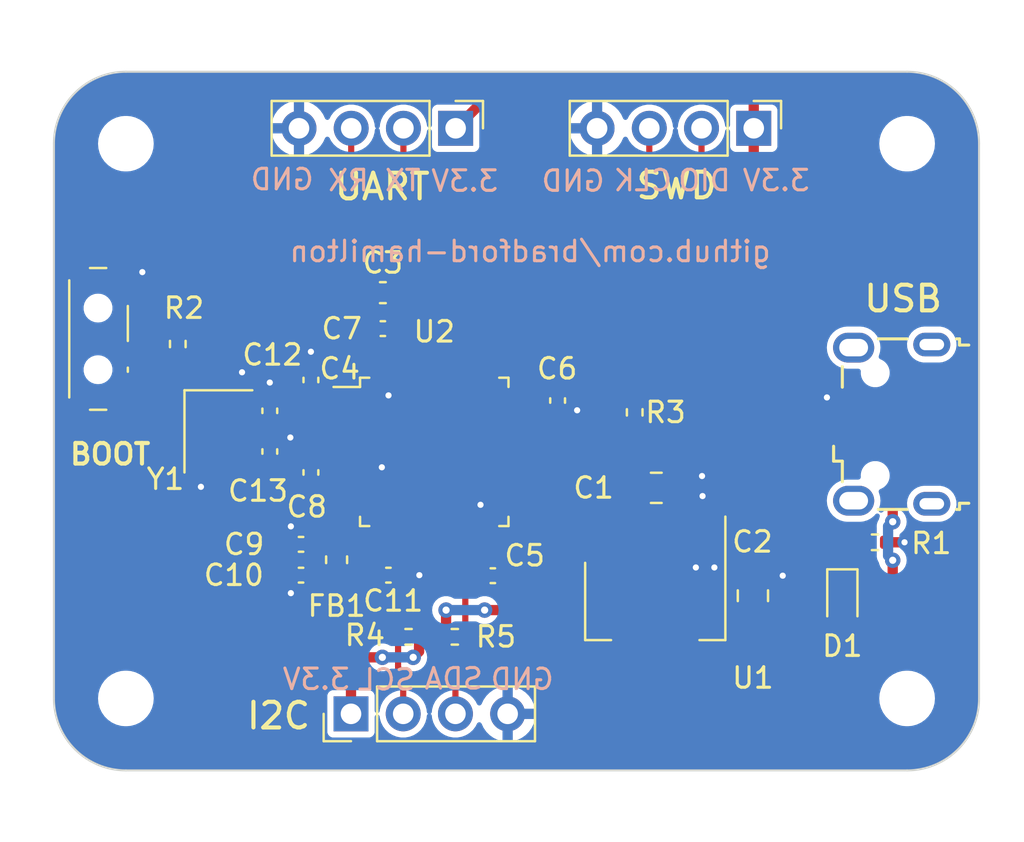
<source format=kicad_pcb>
(kicad_pcb (version 20221018) (generator pcbnew)
  (layers (0 "F.Cu" signal) (31 "B.Cu" power) (34 "B.Paste" user) (35 "F.Paste" user) (36 "B.SilkS" user "B.Silkscreen") (37 "F.SilkS" user "F.Silkscreen") (38 "B.Mask" user) (39 "F.Mask" user) (44 "Edge.Cuts" user))
  (net 0 "")
  (net 1 "VBUS")
  (net 2 "GND")
  (net 3 "+3.3V")
  (net 4 "+3.3VA")
  (net 5 "/NRST")
  (net 6 "/HSE_IN")
  (net 7 "/HSE_OUT")
  (net 8 "/PWR_LED_K")
  (net 9 "/USB_D-")
  (net 10 "/USB_D+")
  (net 12 "/USART1_TX")
  (net 13 "/USART1_RX")
  (net 14 "/SWDIO")
  (net 15 "/SWCLK")
  (net 16 "/I2C2_SCL")
  (net 17 "/I2C2_SDA")
  (net 18 "/SW_BOOT0")
  (net 19 "/BOOT0")
  (footprint "MountingHole:MountingHole_2.2mm_M2" (layer "F.Cu") (at 120 75)
    (fp_text reference "H3")
    (fp_text value "MountingHole")
    (pad "" np_thru_hole circle (at 0 0) (size 2.2 2.2) (drill 2.2) (layers "*.Cu" "*.Mask"))
  )
  (footprint "Connector_USB:USB_Micro-B_Wuerth_629105150521" (layer "F.Cu") (at 119.25 88.65 90)
    (fp_text reference "J1")
    (fp_text value "USB_B_Micro")
    (pad "" np_thru_hole oval (at -2.5 -0.8 90) (size 0.8 0.8) (drill 0.8) (layers "*.Cu" "*.Mask"))
    (pad "" np_thru_hole oval (at 2.5 -0.8 90) (size 0.8 0.8) (drill 0.8) (layers "*.Cu" "*.Mask"))
    (pad "1" smd rect (at -1.3 -1.9 90) (size 0.45 1.3) (layers "F.Cu" "F.Paste" "F.Mask") (net 1 "VBUS"))
    (pad "2" smd rect (at -0.65 -1.9 90) (size 0.45 1.3) (layers "F.Cu" "F.Paste" "F.Mask") (net 9 "/USB_D-"))
    (pad "3" smd rect (at 0 -1.9 90) (size 0.45 1.3) (layers "F.Cu" "F.Paste" "F.Mask") (net 10 "/USB_D+"))
    (pad "4" smd rect (at 0.65 -1.9 90) (size 0.45 1.3) (layers "F.Cu" "F.Paste" "F.Mask"))
    (pad "5" smd rect (at 1.3 -1.9 90) (size 0.45 1.3) (layers "F.Cu" "F.Paste" "F.Mask") (net 2 "GND"))
    (pad "6" thru_hole oval (at -3.875 1.95 90) (size 1.15 1.8) (drill oval 0.55 1.2) (layers "*.Cu" "*.Mask"))
    (pad "6" thru_hole oval (at -3.725 -1.85 90) (size 1.45 2) (drill oval 0.85 1.4) (layers "*.Cu" "*.Mask"))
    (pad "6" thru_hole oval (at 3.725 -1.85 90) (size 1.45 2) (drill oval 0.85 1.4) (layers "*.Cu" "*.Mask"))
    (pad "6" thru_hole oval (at 3.875 1.95 90) (size 1.15 1.8) (drill oval 0.55 1.2) (layers "*.Cu" "*.Mask"))
  )
  (footprint "Capacitor_SMD:C_0402_1005Metric" (layer "F.Cu") (at 94.77 96)
    (fp_text reference "C11" (at 0.23 1.25) (layer "F.SilkS"))
    (fp_text value "10u")
    (pad "1" smd roundrect (at -0.48 0) (size 0.56 0.62) (layers "F.Cu" "F.Paste" "F.Mask") (net 5 "/NRST"))
    (pad "2" smd roundrect (at 0.48 0) (size 0.56 0.62) (layers "F.Cu" "F.Paste" "F.Mask") (net 2 "GND"))
  )
  (footprint "Resistor_SMD:R_0402_1005Metric" (layer "F.Cu") (at 118.44 94.4)
    (fp_text reference "R1" (at 2.735 0.05 180) (layer "F.SilkS"))
    (fp_text value "1k5")
    (pad "1" smd roundrect (at -0.51 0) (size 0.54 0.64) (layers "F.Cu" "F.Paste" "F.Mask") (net 8 "/PWR_LED_K"))
    (pad "2" smd roundrect (at 0.51 0) (size 0.54 0.64) (layers "F.Cu" "F.Paste" "F.Mask") (net 2 "GND"))
  )
  (footprint "Capacitor_SMD:C_0603_1608Metric" (layer "F.Cu") (at 94.5 82.25)
    (fp_text reference "C3" (at 0 -1.45) (layer "F.SilkS"))
    (fp_text value "10u")
    (pad "1" smd roundrect (at -0.775 0) (size 0.9 0.95) (layers "F.Cu" "F.Paste" "F.Mask") (net 3 "+3.3V"))
    (pad "2" smd roundrect (at 0.775 0) (size 0.9 0.95) (layers "F.Cu" "F.Paste" "F.Mask") (net 2 "GND"))
  )
  (footprint "Capacitor_SMD:C_0402_1005Metric" (layer "F.Cu") (at 99.85 96.025 180)
    (fp_text reference "C5" (at -1.55 0.975) (layer "F.SilkS"))
    (fp_text value "100n")
    (pad "1" smd roundrect (at -0.48 0 180) (size 0.56 0.62) (layers "F.Cu" "F.Paste" "F.Mask") (net 3 "+3.3V"))
    (pad "2" smd roundrect (at 0.48 0 180) (size 0.56 0.62) (layers "F.Cu" "F.Paste" "F.Mask") (net 2 "GND"))
  )
  (footprint "Capacitor_SMD:C_0805_2012Metric" (layer "F.Cu") (at 112.5 97 90)
    (fp_text reference "C2" (at 2.625 -0.025 180) (layer "F.SilkS"))
    (fp_text value "22u")
    (pad "1" smd roundrect (at -0.95 0 90) (size 1 1.45) (layers "F.Cu" "F.Paste" "F.Mask") (net 3 "+3.3V"))
    (pad "2" smd roundrect (at 0.95 0 90) (size 1 1.45) (layers "F.Cu" "F.Paste" "F.Mask") (net 2 "GND"))
  )
  (footprint "Capacitor_SMD:C_0402_1005Metric" (layer "F.Cu") (at 91 91 90)
    (fp_text reference "C8" (at -1.675 -0.2 180) (layer "F.SilkS"))
    (fp_text value "10n")
    (pad "1" smd roundrect (at -0.48 0 90) (size 0.56 0.62) (layers "F.Cu" "F.Paste" "F.Mask") (net 4 "+3.3VA"))
    (pad "2" smd roundrect (at 0.48 0 90) (size 0.56 0.62) (layers "F.Cu" "F.Paste" "F.Mask") (net 2 "GND"))
  )
  (footprint "Connector_PinHeader_2.54mm:PinHeader_1x04_P2.54mm_Vertical" (layer "F.Cu") (at 112.54 74.25 -90)
    (fp_text reference "J3")
    (fp_text value "Conn_01x04_Pin")
    (pad "1" thru_hole rect (at 0 0 270) (size 1.7 1.7) (drill 1) (layers "*.Cu" "*.Mask") (net 3 "+3.3V"))
    (pad "2" thru_hole oval (at 0 2.54 270) (size 1.7 1.7) (drill 1) (layers "*.Cu" "*.Mask") (net 14 "/SWDIO"))
    (pad "3" thru_hole oval (at 0 5.08 270) (size 1.7 1.7) (drill 1) (layers "*.Cu" "*.Mask") (net 15 "/SWCLK"))
    (pad "4" thru_hole oval (at 0 7.62 270) (size 1.7 1.7) (drill 1) (layers "*.Cu" "*.Mask") (net 2 "GND"))
  )
  (footprint "Resistor_SMD:R_0402_1005Metric" (layer "F.Cu") (at 84.525 84.75 90)
    (fp_text reference "R2" (at 1.75 0.3 180) (layer "F.SilkS"))
    (fp_text value "10k")
    (pad "1" smd roundrect (at -0.51 0 90) (size 0.54 0.64) (layers "F.Cu" "F.Paste" "F.Mask") (net 18 "/SW_BOOT0"))
    (pad "2" smd roundrect (at 0.51 0 90) (size 0.54 0.64) (layers "F.Cu" "F.Paste" "F.Mask") (net 19 "/BOOT0"))
  )
  (footprint "LED_SMD:LED_0603_1608Metric" (layer "F.Cu") (at 116.85 97.2 -90)
    (fp_text reference "D1" (at 2.25 0 -180) (layer "F.SilkS"))
    (fp_text value "RED")
    (pad "1" smd roundrect (at -0.7875 0 270) (size 0.875 0.95) (layers "F.Cu" "F.Paste" "F.Mask") (net 8 "/PWR_LED_K"))
    (pad "2" smd roundrect (at 0.7875 0 270) (size 0.875 0.95) (layers "F.Cu" "F.Paste" "F.Mask") (net 3 "+3.3V"))
  )
  (footprint "Package_TO_SOT_SMD:SOT-223-3_TabPin2" (layer "F.Cu") (at 107.75 97.25 -90)
    (fp_text reference "U1" (at 3.75 -4.75 -180) (layer "F.SilkS"))
    (fp_text value "AMS1117-3.3")
    (pad "1" smd rect (at -3.15 -2.3 270) (size 2 1.5) (layers "F.Cu" "F.Paste" "F.Mask") (net 2 "GND"))
    (pad "2" smd rect (at -3.15 0 270) (size 2 1.5) (layers "F.Cu" "F.Paste" "F.Mask") (net 3 "+3.3V"))
    (pad "2" smd rect (at 3.15 0 270) (size 2 3.8) (layers "F.Cu" "F.Paste" "F.Mask") (net 3 "+3.3V"))
    (pad "3" smd rect (at -3.15 2.3 270) (size 2 1.5) (layers "F.Cu" "F.Paste" "F.Mask") (net 1 "VBUS"))
  )
  (footprint "Capacitor_SMD:C_0402_1005Metric" (layer "F.Cu") (at 89 88 90)
    (fp_text reference "C12" (at 2.725 0.125 180) (layer "F.SilkS"))
    (fp_text value "10p")
    (pad "1" smd roundrect (at -0.48 0 90) (size 0.56 0.62) (layers "F.Cu" "F.Paste" "F.Mask") (net 6 "/HSE_IN"))
    (pad "2" smd roundrect (at 0.48 0 90) (size 0.56 0.62) (layers "F.Cu" "F.Paste" "F.Mask") (net 2 "GND"))
  )
  (footprint "Capacitor_SMD:C_0402_1005Metric" (layer "F.Cu") (at 91 86.5 90)
    (fp_text reference "C4" (at 0.55 1.4 180) (layer "F.SilkS"))
    (fp_text value "100n")
    (pad "1" smd roundrect (at -0.48 0 90) (size 0.56 0.62) (layers "F.Cu" "F.Paste" "F.Mask") (net 3 "+3.3V"))
    (pad "2" smd roundrect (at 0.48 0 90) (size 0.56 0.62) (layers "F.Cu" "F.Paste" "F.Mask") (net 2 "GND"))
  )
  (footprint "Connector_PinHeader_2.54mm:PinHeader_1x04_P2.54mm_Vertical" (layer "F.Cu") (at 98.04 74.25 -90)
    (fp_text reference "J2")
    (fp_text value "Conn_01x04_Pin")
    (pad "1" thru_hole rect (at 0 0 270) (size 1.7 1.7) (drill 1) (layers "*.Cu" "*.Mask") (net 3 "+3.3V"))
    (pad "2" thru_hole oval (at 0 2.54 270) (size 1.7 1.7) (drill 1) (layers "*.Cu" "*.Mask") (net 12 "/USART1_TX"))
    (pad "3" thru_hole oval (at 0 5.08 270) (size 1.7 1.7) (drill 1) (layers "*.Cu" "*.Mask") (net 13 "/USART1_RX"))
    (pad "4" thru_hole oval (at 0 7.62 270) (size 1.7 1.7) (drill 1) (layers "*.Cu" "*.Mask") (net 2 "GND"))
  )
  (footprint "Capacitor_SMD:C_0402_1005Metric" (layer "F.Cu") (at 94.5 84)
    (fp_text reference "C7" (at -2 0) (layer "F.SilkS"))
    (fp_text value "100n")
    (pad "1" smd roundrect (at -0.48 0) (size 0.56 0.62) (layers "F.Cu" "F.Paste" "F.Mask") (net 3 "+3.3V"))
    (pad "2" smd roundrect (at 0.48 0) (size 0.56 0.62) (layers "F.Cu" "F.Paste" "F.Mask") (net 2 "GND"))
  )
  (footprint "Resistor_SMD:R_0402_1005Metric" (layer "F.Cu") (at 98 99)
    (fp_text reference "R5" (at 2 0) (layer "F.SilkS"))
    (fp_text value "1k5")
    (pad "1" smd roundrect (at -0.51 0) (size 0.54 0.64) (layers "F.Cu" "F.Paste" "F.Mask") (net 3 "+3.3V"))
    (pad "2" smd roundrect (at 0.51 0) (size 0.54 0.64) (layers "F.Cu" "F.Paste" "F.Mask") (net 17 "/I2C2_SDA"))
  )
  (footprint "Capacitor_SMD:C_0402_1005Metric" (layer "F.Cu") (at 90.52 96 180)
    (fp_text reference "C10" (at 3.27 0) (layer "F.SilkS"))
    (fp_text value "1u")
    (pad "1" smd roundrect (at -0.48 0 180) (size 0.56 0.62) (layers "F.Cu" "F.Paste" "F.Mask") (net 3 "+3.3V"))
    (pad "2" smd roundrect (at 0.48 0 180) (size 0.56 0.62) (layers "F.Cu" "F.Paste" "F.Mask") (net 2 "GND"))
  )
  (footprint "Capacitor_SMD:C_0805_2012Metric" (layer "F.Cu") (at 107.8 91.75)
    (fp_text reference "C1" (at -3.05 0) (layer "F.SilkS"))
    (fp_text value "22u")
    (pad "1" smd roundrect (at -0.95 0) (size 1 1.45) (layers "F.Cu" "F.Paste" "F.Mask") (net 1 "VBUS"))
    (pad "2" smd roundrect (at 0.95 0) (size 1 1.45) (layers "F.Cu" "F.Paste" "F.Mask") (net 2 "GND"))
  )
  (footprint "Capacitor_SMD:C_0402_1005Metric" (layer "F.Cu") (at 90.52 94.5 180)
    (fp_text reference "C9" (at 2.77 0) (layer "F.SilkS"))
    (fp_text value "1u")
    (pad "1" smd roundrect (at -0.48 0 180) (size 0.56 0.62) (layers "F.Cu" "F.Paste" "F.Mask") (net 4 "+3.3VA"))
    (pad "2" smd roundrect (at 0.48 0 180) (size 0.56 0.62) (layers "F.Cu" "F.Paste" "F.Mask") (net 2 "GND"))
  )
  (footprint "Resistor_SMD:R_0402_1005Metric" (layer "F.Cu") (at 95.75 99 180)
    (fp_text reference "R4" (at 2.125 0.075) (layer "F.SilkS"))
    (fp_text value "1k5")
    (pad "1" smd roundrect (at -0.51 0 180) (size 0.54 0.64) (layers "F.Cu" "F.Paste" "F.Mask") (net 3 "+3.3V"))
    (pad "2" smd roundrect (at 0.51 0 180) (size 0.54 0.64) (layers "F.Cu" "F.Paste" "F.Mask") (net 16 "/I2C2_SCL"))
  )
  (footprint "Button_Switch_SMD:SW_SPDT_PCM12" (layer "F.Cu") (at 80.975 84.5 -90)
    (fp_text reference "SW1")
    (fp_text value "SW_SPDT")
    (pad "" smd rect (at -3.65 -0.78 270) (size 1 0.8) (layers "F.Cu" "F.Paste" "F.Mask"))
    (pad "" smd rect (at -3.65 1.43 270) (size 1 0.8) (layers "F.Cu" "F.Paste" "F.Mask"))
    (pad "" np_thru_hole circle (at -1.5 0.33 270) (size 0.9 0.9) (drill 0.9) (layers "*.Cu" "*.Mask"))
    (pad "" np_thru_hole circle (at 1.5 0.33 270) (size 0.9 0.9) (drill 0.9) (layers "*.Cu" "*.Mask"))
    (pad "" smd rect (at 3.65 -0.78 270) (size 1 0.8) (layers "F.Cu" "F.Paste" "F.Mask"))
    (pad "" smd rect (at 3.65 1.43 270) (size 1 0.8) (layers "F.Cu" "F.Paste" "F.Mask"))
    (pad "1" smd rect (at -2.25 -1.43 270) (size 0.7 1.5) (layers "F.Cu" "F.Paste" "F.Mask") (net 2 "GND"))
    (pad "2" smd rect (at 0.75 -1.43 270) (size 0.7 1.5) (layers "F.Cu" "F.Paste" "F.Mask") (net 18 "/SW_BOOT0"))
    (pad "3" smd rect (at 2.25 -1.43 270) (size 0.7 1.5) (layers "F.Cu" "F.Paste" "F.Mask") (net 3 "+3.3V"))
  )
  (footprint "Inductor_SMD:L_0603_1608Metric" (layer "F.Cu") (at 92.25 95.25 90)
    (fp_text reference "FB1" (at -2.25 0 180) (layer "F.SilkS"))
    (fp_text value "120R")
    (pad "1" smd roundrect (at -0.7875 0 90) (size 0.875 0.95) (layers "F.Cu" "F.Paste" "F.Mask") (net 3 "+3.3V"))
    (pad "2" smd roundrect (at 0.7875 0 90) (size 0.875 0.95) (layers "F.Cu" "F.Paste" "F.Mask") (net 4 "+3.3VA"))
  )
  (footprint "Package_QFP:LQFP-48_7x7mm_P0.5mm" (layer "F.Cu") (at 97 90)
    (fp_text reference "U2" (at 0 -5.85) (layer "F.SilkS"))
    (fp_text value "STM32F103C8Tx")
    (pad "1" smd roundrect (at -4.1625 -2.75) (size 1.475 0.3) (layers "F.Cu" "F.Paste" "F.Mask") (net 3 "+3.3V"))
    (pad "2" smd roundrect (at -4.1625 -2.25) (size 1.475 0.3) (layers "F.Cu" "F.Paste" "F.Mask"))
    (pad "3" smd roundrect (at -4.1625 -1.75) (size 1.475 0.3) (layers "F.Cu" "F.Paste" "F.Mask"))
    (pad "4" smd roundrect (at -4.1625 -1.25) (size 1.475 0.3) (layers "F.Cu" "F.Paste" "F.Mask"))
    (pad "5" smd roundrect (at -4.1625 -0.75) (size 1.475 0.3) (layers "F.Cu" "F.Paste" "F.Mask") (net 6 "/HSE_IN"))
    (pad "6" smd roundrect (at -4.1625 -0.25) (size 1.475 0.3) (layers "F.Cu" "F.Paste" "F.Mask") (net 7 "/HSE_OUT"))
    (pad "7" smd roundrect (at -4.1625 0.25) (size 1.475 0.3) (layers "F.Cu" "F.Paste" "F.Mask") (net 5 "/NRST"))
    (pad "8" smd roundrect (at -4.1625 0.75) (size 1.475 0.3) (layers "F.Cu" "F.Paste" "F.Mask") (net 2 "GND"))
    (pad "9" smd roundrect (at -4.1625 1.25) (size 1.475 0.3) (layers "F.Cu" "F.Paste" "F.Mask") (net 4 "+3.3VA"))
    (pad "10" smd roundrect (at -4.1625 1.75) (size 1.475 0.3) (layers "F.Cu" "F.Paste" "F.Mask"))
    (pad "11" smd roundrect (at -4.1625 2.25) (size 1.475 0.3) (layers "F.Cu" "F.Paste" "F.Mask"))
    (pad "12" smd roundrect (at -4.1625 2.75) (size 1.475 0.3) (layers "F.Cu" "F.Paste" "F.Mask"))
    (pad "13" smd roundrect (at -2.75 4.1625) (size 0.3 1.475) (layers "F.Cu" "F.Paste" "F.Mask"))
    (pad "14" smd roundrect (at -2.25 4.1625) (size 0.3 1.475) (layers "F.Cu" "F.Paste" "F.Mask"))
    (pad "15" smd roundrect (at -1.75 4.1625) (size 0.3 1.475) (layers "F.Cu" "F.Paste" "F.Mask"))
    (pad "16" smd roundrect (at -1.25 4.1625) (size 0.3 1.475) (layers "F.Cu" "F.Paste" "F.Mask"))
    (pad "17" smd roundrect (at -0.75 4.1625) (size 0.3 1.475) (layers "F.Cu" "F.Paste" "F.Mask"))
    (pad "18" smd roundrect (at -0.25 4.1625) (size 0.3 1.475) (layers "F.Cu" "F.Paste" "F.Mask"))
    (pad "19" smd roundrect (at 0.25 4.1625) (size 0.3 1.475) (layers "F.Cu" "F.Paste" "F.Mask"))
    (pad "20" smd roundrect (at 0.75 4.1625) (size 0.3 1.475) (layers "F.Cu" "F.Paste" "F.Mask"))
    (pad "21" smd roundrect (at 1.25 4.1625) (size 0.3 1.475) (layers "F.Cu" "F.Paste" "F.Mask") (net 16 "/I2C2_SCL"))
    (pad "22" smd roundrect (at 1.75 4.1625) (size 0.3 1.475) (layers "F.Cu" "F.Paste" "F.Mask") (net 17 "/I2C2_SDA"))
    (pad "23" smd roundrect (at 2.25 4.1625) (size 0.3 1.475) (layers "F.Cu" "F.Paste" "F.Mask") (net 2 "GND"))
    (pad "24" smd roundrect (at 2.75 4.1625) (size 0.3 1.475) (layers "F.Cu" "F.Paste" "F.Mask") (net 3 "+3.3V"))
    (pad "25" smd roundrect (at 4.1625 2.75) (size 1.475 0.3) (layers "F.Cu" "F.Paste" "F.Mask"))
    (pad "26" smd roundrect (at 4.1625 2.25) (size 1.475 0.3) (layers "F.Cu" "F.Paste" "F.Mask"))
    (pad "27" smd roundrect (at 4.1625 1.75) (size 1.475 0.3) (layers "F.Cu" "F.Paste" "F.Mask"))
    (pad "28" smd roundrect (at 4.1625 1.25) (size 1.475 0.3) (layers "F.Cu" "F.Paste" "F.Mask"))
    (pad "29" smd roundrect (at 4.1625 0.75) (size 1.475 0.3) (layers "F.Cu" "F.Paste" "F.Mask"))
    (pad "30" smd roundrect (at 4.1625 0.25) (size 1.475 0.3) (layers "F.Cu" "F.Paste" "F.Mask"))
    (pad "31" smd roundrect (at 4.1625 -0.25) (size 1.475 0.3) (layers "F.Cu" "F.Paste" "F.Mask"))
    (pad "32" smd roundrect (at 4.1625 -0.75) (size 1.475 0.3) (layers "F.Cu" "F.Paste" "F.Mask") (net 9 "/USB_D-"))
    (pad "33" smd roundrect (at 4.1625 -1.25) (size 1.475 0.3) (layers "F.Cu" "F.Paste" "F.Mask") (net 10 "/USB_D+"))
    (pad "34" smd roundrect (at 4.1625 -1.75) (size 1.475 0.3) (layers "F.Cu" "F.Paste" "F.Mask") (net 14 "/SWDIO"))
    (pad "35" smd roundrect (at 4.1625 -2.25) (size 1.475 0.3) (layers "F.Cu" "F.Paste" "F.Mask") (net 2 "GND"))
    (pad "36" smd roundrect (at 4.1625 -2.75) (size 1.475 0.3) (layers "F.Cu" "F.Paste" "F.Mask") (net 3 "+3.3V"))
    (pad "37" smd roundrect (at 2.75 -4.1625) (size 0.3 1.475) (layers "F.Cu" "F.Paste" "F.Mask") (net 15 "/SWCLK"))
    (pad "38" smd roundrect (at 2.25 -4.1625) (size 0.3 1.475) (layers "F.Cu" "F.Paste" "F.Mask"))
    (pad "39" smd roundrect (at 1.75 -4.1625) (size 0.3 1.475) (layers "F.Cu" "F.Paste" "F.Mask"))
    (pad "40" smd roundrect (at 1.25 -4.1625) (size 0.3 1.475) (layers "F.Cu" "F.Paste" "F.Mask"))
    (pad "41" smd roundrect (at 0.75 -4.1625) (size 0.3 1.475) (layers "F.Cu" "F.Paste" "F.Mask"))
    (pad "42" smd roundrect (at 0.25 -4.1625) (size 0.3 1.475) (layers "F.Cu" "F.Paste" "F.Mask") (net 12 "/USART1_TX"))
    (pad "43" smd roundrect (at -0.25 -4.1625) (size 0.3 1.475) (layers "F.Cu" "F.Paste" "F.Mask") (net 13 "/USART1_RX"))
    (pad "44" smd roundrect (at -0.75 -4.1625) (size 0.3 1.475) (layers "F.Cu" "F.Paste" "F.Mask") (net 19 "/BOOT0"))
    (pad "45" smd roundrect (at -1.25 -4.1625) (size 0.3 1.475) (layers "F.Cu" "F.Paste" "F.Mask"))
    (pad "46" smd roundrect (at -1.75 -4.1625) (size 0.3 1.475) (layers "F.Cu" "F.Paste" "F.Mask"))
    (pad "47" smd roundrect (at -2.25 -4.1625) (size 0.3 1.475) (layers "F.Cu" "F.Paste" "F.Mask") (net 2 "GND"))
    (pad "48" smd roundrect (at -2.75 -4.1625) (size 0.3 1.475) (layers "F.Cu" "F.Paste" "F.Mask") (net 3 "+3.3V"))
  )
  (footprint "Capacitor_SMD:C_0402_1005Metric" (layer "F.Cu") (at 103 87.5 -90)
    (fp_text reference "C6" (at -1.55 0.025 -180) (layer "F.SilkS"))
    (fp_text value "100n")
    (pad "1" smd roundrect (at -0.48 0 270) (size 0.56 0.62) (layers "F.Cu" "F.Paste" "F.Mask") (net 3 "+3.3V"))
    (pad "2" smd roundrect (at 0.48 0 270) (size 0.56 0.62) (layers "F.Cu" "F.Paste" "F.Mask") (net 2 "GND"))
  )
  (footprint "Resistor_SMD:R_0402_1005Metric" (layer "F.Cu") (at 106.75 88.075 -90)
    (fp_text reference "R3" (at 0 -1.5 -180) (layer "F.SilkS"))
    (fp_text value "1k5")
    (pad "1" smd roundrect (at -0.51 0 270) (size 0.54 0.64) (layers "F.Cu" "F.Paste" "F.Mask") (net 3 "+3.3V"))
    (pad "2" smd roundrect (at 0.51 0 270) (size 0.54 0.64) (layers "F.Cu" "F.Paste" "F.Mask") (net 10 "/USB_D+"))
  )
  (footprint "Capacitor_SMD:C_0402_1005Metric" (layer "F.Cu") (at 89 89.98 90)
    (fp_text reference "C13" (at -1.92 -0.575 180) (layer "F.SilkS"))
    (fp_text value "10p")
    (pad "1" smd roundrect (at -0.48 0 90) (size 0.56 0.62) (layers "F.Cu" "F.Paste" "F.Mask") (net 7 "/HSE_OUT"))
    (pad "2" smd roundrect (at 0.48 0 90) (size 0.56 0.62) (layers "F.Cu" "F.Paste" "F.Mask") (net 2 "GND"))
  )
  (footprint "MountingHole:MountingHole_2.2mm_M2" (layer "F.Cu") (at 82 102)
    (fp_text reference "H1")
    (fp_text value "MountingHole")
    (pad "" np_thru_hole circle (at 0 0) (size 2.2 2.2) (drill 2.2) (layers "*.Cu" "*.Mask"))
  )
  (footprint "MountingHole:MountingHole_2.2mm_M2" (layer "F.Cu") (at 120 102)
    (fp_text reference "H2")
    (fp_text value "MountingHole")
    (pad "" np_thru_hole circle (at 0 0) (size 2.2 2.2) (drill 2.2) (layers "*.Cu" "*.Mask"))
  )
  (footprint "Connector_PinHeader_2.54mm:PinHeader_1x04_P2.54mm_Vertical" (layer "F.Cu") (at 92.95 102.75 90)
    (fp_text reference "J4")
    (fp_text value "Conn_01x04_Pin")
    (pad "1" thru_hole rect (at 0 0 90) (size 1.7 1.7) (drill 1) (layers "*.Cu" "*.Mask") (net 3 "+3.3V"))
    (pad "2" thru_hole oval (at 0 2.54 90) (size 1.7 1.7) (drill 1) (layers "*.Cu" "*.Mask") (net 16 "/I2C2_SCL"))
    (pad "3" thru_hole oval (at 0 5.08 90) (size 1.7 1.7) (drill 1) (layers "*.Cu" "*.Mask") (net 17 "/I2C2_SDA"))
    (pad "4" thru_hole oval (at 0 7.62 90) (size 1.7 1.7) (drill 1) (layers "*.Cu" "*.Mask") (net 2 "GND"))
  )
  (footprint "MountingHole:MountingHole_2.2mm_M2" (layer "F.Cu") (at 82 75)
    (fp_text reference "H4")
    (fp_text value "MountingHole")
    (pad "" np_thru_hole circle (at 0 0) (size 2.2 2.2) (drill 2.2) (layers "*.Cu" "*.Mask"))
  )
  (footprint "Crystal:Crystal_SMD_3225-4Pin_3.2x2.5mm" (layer "F.Cu") (at 86.5 89 -90)
    (fp_text reference "Y1" (at 2.325 2.575 -180) (layer "F.SilkS"))
    (fp_text value "16MHz")
    (pad "1" smd rect (at -1.1 0.85 270) (size 1.4 1.2) (layers "F.Cu" "F.Paste" "F.Mask") (net 6 "/HSE_IN"))
    (pad "2" smd rect (at 1.1 0.85 270) (size 1.4 1.2) (layers "F.Cu" "F.Paste" "F.Mask") (net 2 "GND"))
    (pad "3" smd rect (at 1.1 -0.85 270) (size 1.4 1.2) (layers "F.Cu" "F.Paste" "F.Mask") (net 7 "/HSE_OUT"))
    (pad "4" smd rect (at -1.1 -0.85 270) (size 1.4 1.2) (layers "F.Cu" "F.Paste" "F.Mask") (net 2 "GND"))
  )
  (gr_line (start 120 71.5) (end 82 71.5) (stroke (width 0.1)) (layer "Edge.Cuts"))
  (gr_arc (start 78.5 75) (mid 79.525126 72.525126) (end 82 71.5) (stroke (width 0.1)) (layer "Edge.Cuts"))
  (gr_arc (start 120 71.5) (mid 122.474874 72.525126) (end 123.5 75) (stroke (width 0.1)) (layer "Edge.Cuts"))
  (gr_arc (start 123.5 102) (mid 122.474874 104.474874) (end 120 105.5) (stroke (width 0.1)) (layer "Edge.Cuts"))
  (gr_line (start 123.5 102) (end 123.5 75) (stroke (width 0.1)) (layer "Edge.Cuts"))
  (gr_line (start 78.5 75) (end 78.5 102) (stroke (width 0.1)) (layer "Edge.Cuts"))
  (gr_arc (start 82 105.5) (mid 79.525126 104.474874) (end 78.5 102) (stroke (width 0.1)) (layer "Edge.Cuts"))
  (gr_line (start 82 105.5) (end 120 105.5) (stroke (width 0.1)) (layer "Edge.Cuts"))
  (gr_text "GND" (at 91.225 77.325) (layer "B.SilkS") (effects (font (size 1 1)) (justify left bottom mirror)))
  (gr_text "github.com/bradford-hamilton" (at 113.45 80.825) (layer "B.SilkS") (effects (font (size 1 1)) (justify left bottom mirror)))
  (gr_text "3.3V\n" (at 115.35 77.375) (layer "B.SilkS") (effects (font (size 1 1)) (justify left bottom mirror)))
  (gr_text "TX" (at 96.425 77.375) (layer "B.SilkS") (effects (font (size 1 1)) (justify left bottom mirror)))
  (gr_text "3.3V\n" (at 92.975 101.65) (layer "B.SilkS") (effects (font (size 1 1)) (justify left bottom mirror)))
  (gr_text "GND" (at 102.9 101.65) (layer "B.SilkS") (effects (font (size 1 1)) (justify left bottom mirror)))
  (gr_text "GND" (at 105.375 77.4) (layer "B.SilkS") (effects (font (size 1 1)) (justify left bottom mirror)))
  (gr_text "CLK" (at 108.65 77.375) (layer "B.SilkS") (effects (font (size 1 1)) (justify left bottom mirror)))
  (gr_text "RX" (at 93.9 77.375) (layer "B.SilkS") (effects (font (size 1 1)) (justify left bottom mirror)))
  (gr_text "SDA" (at 99.45 101.625) (layer "B.SilkS") (effects (font (size 1 1)) (justify left bottom mirror)))
  (gr_text "SCL" (at 96.15 101.675) (layer "B.SilkS") (effects (font (size 1 1)) (justify left bottom mirror)))
  (gr_text "DIO" (at 111.5 77.375) (layer "B.SilkS") (effects (font (size 1 1)) (justify left bottom mirror)))
  (gr_text "3.3V\n" (at 100.2 77.4) (layer "B.SilkS") (effects (font (size 1 1)) (justify left bottom mirror)))
  (gr_text "BOOT" (at 79.175 90.7) (layer "F.SilkS") (effects (font (size 1 1) (thickness 0.2)) (justify left bottom)))
  (gr_text "SWD" (at 106.725 77.775) (layer "F.SilkS") (effects (font (size 1.25 1.25) (thickness 0.2)) (justify left bottom)))
  (gr_text "USB" (at 117.8 83.275) (layer "F.SilkS") (effects (font (size 1.25 1.25) (thickness 0.2)) (justify left bottom)))
  (gr_text "I2C" (at 87.775 103.575) (layer "F.SilkS") (effects (font (size 1.25 1.25) (thickness 0.2)) (justify left bottom)))
  (gr_text "UART" (at 92.05 77.825) (layer "F.SilkS") (effects (font (size 1.25 1.25) (thickness 0.2)) (justify left bottom)))
  (segment (start 91.48 90.52) (end 91 90.52) (width 0.3) (layer "F.Cu") (net 2))
  (segment (start 89.8 89.5) (end 90 89.3) (width 0.5) (layer "F.Cu") (net 2))
  (segment (start 103.945 87.98) (end 103.95 87.975) (width 0.3) (layer "F.Cu") (net 2))
  (segment (start 90.04 96) (end 90.04 96.86) (width 0.5) (layer "F.Cu") (net 2))
  (segment (start 95 83.98) (end 94.98 84) (width 0.5) (layer "F.Cu") (net 2))
  (segment (start 82.405 82.245) (end 82.8 81.85) (width 0.3) (layer "F.Cu") (net 2))
  (segment (start 99.25 94.1625) (end 99.25 95.905) (width 0.3) (layer "F.Cu") (net 2))
  (segment (start 87.35 87.9) (end 87.35 86.425) (width 0.5) (layer "F.Cu") (net 2))
  (segment (start 95.275 82.975) (end 95 83.25) (width 0.5) (layer "F.Cu") (net 2))
  (segment (start 94.75 85.8375) (end 94.75 87.225) (width 0.3) (layer "F.Cu") (net 2))
  (segment (start 95.25 96) (end 96.275 96) (width 0.5) (layer "F.Cu") (net 2))
  (segment (start 95 84.02) (end 94.98 84) (width 0.3) (layer "F.Cu") (net 2))
  (segment (start 117.35 87.35) (end 116.1 87.35) (width 0.3) (layer "F.Cu") (net 2))
  (segment (start 91.75 90.75) (end 91.5 90.5) (width 0.3) (layer "F.Cu") (net 2))
  (segment (start 95 84.5) (end 95 84.02) (width 0.3) (layer "F.Cu") (net 2))
  (segment (start 91 86.02) (end 91 85.125) (width 0.5) (layer "F.Cu") (net 2))
  (segment (start 91.5 90.5) (end 91.48 90.52) (width 0.3) (layer "F.Cu") (net 2))
  (segment (start 102.98 88) (end 103 87.98) (width 0.3) (layer "F.Cu") (net 2))
  (segment (start 94.75 85.8375) (end 94.75 84.75) (width 0.3) (layer "F.Cu") (net 2))
  (segment (start 89 89.5) (end 89.8 89.5) (width 0.5) (layer "F.Cu") (net 2))
  (segment (start 90.04 94.5) (end 90.04 93.64) (width 0.5) (layer "F.Cu") (net 2))
  (segment (start 103 87.98) (end 103.945 87.98) (width 0.3) (layer "F.Cu") (net 2))
  (segment (start 95 83.25) (end 95 83.98) (width 0.5) (layer "F.Cu") (net 2))
  (segment (start 118.95 94.4) (end 119.875 94.4) (width 0.5) (layer "F.Cu") (net 2))
  (segment (start 102.5 88) (end 102.98 88) (width 0.3) (layer "F.Cu") (net 2))
  (segment (start 102.25 87.75) (end 102.5 88) (width 0.3) (layer "F.Cu") (net 2))
  (segment (start 94.75 84.75) (end 95 84.5) (width 0.3) (layer "F.Cu") (net 2))
  (segment (start 89 87.52) (end 89 86.625) (width 0.5) (layer "F.Cu") (net 2))
  (segment (start 87.35 86.425) (end 87.65 86.125) (width 0.5) (layer "F.Cu") (net 2))
  (segment (start 92.8375 90.75) (end 91.75 90.75) (width 0.3) (layer "F.Cu") (net 2))
  (segment (start 94.75 87.225) (end 94.775 87.25) (width 0.3) (layer "F.Cu") (net 2))
  (segment (start 82.405 82.25) (end 82.405 82.245) (width 0.3) (layer "F.Cu") (net 2))
  (segment (start 90.04 93.64) (end 90.025 93.625) (width 0.5) (layer "F.Cu") (net 2))
  (segment (start 92.8375 90.75) (end 94.45 90.75) (width 0.3) (layer "F.Cu") (net 2))
  (segment (start 99.25 95.905) (end 99.37 96.025) (width 0.3) (layer "F.Cu") (net 2))
  (segment (start 99.25 94.1625) (end 99.25 92.575) (width 0.3) (layer "F.Cu") (net 2))
  (segment (start 95.275 82.25) (end 95.275 82.975) (width 0.5) (layer "F.Cu") (net 2))
  (segment (start 85.65 90.1) (end 85.65 91.7) (width 0.5) (layer "F.Cu") (net 2))
  (segment (start 90.04 96.86) (end 90.025 96.875) (width 0.5) (layer "F.Cu") (net 2))
  (segment (start 82.8 81.85) (end 82.8 81.25) (width 0.3) (layer "F.Cu") (net 2))
  (segment (start 101.1625 87.75) (end 102.25 87.75) (width 0.3) (layer "F.Cu") (net 2))
  (via (at 116.1 87.35) (size 0.7) (drill 0.3) (layers "F.Cu" "B.Cu") (net 2))
  (via (at 103.95 87.975) (size 0.7) (drill 0.3) (layers "F.Cu" "B.Cu") (net 2))
  (via (at 82.8 81.25) (size 0.7) (drill 0.3) (layers "F.Cu" "B.Cu") (net 2))
  (via (at 85.65 91.7) (size 0.7) (drill 0.3) (layers "F.Cu" "B.Cu") (net 2))
  (via (at 90.025 96.875) (size 0.7) (drill 0.3) (layers "F.Cu" "B.Cu") (net 2))
  (via (at 96.275 96) (size 0.7) (drill 0.3) (layers "F.Cu" "B.Cu") (net 2))
  (via (at 90.025 93.625) (size 0.7) (drill 0.3) (layers "F.Cu" "B.Cu") (net 2))
  (via (at 94.775 87.25) (size 0.7) (drill 0.3) (layers "F.Cu" "B.Cu") (net 2))
  (via (at 90 89.3) (size 0.7) (drill 0.3) (layers "F.Cu" "B.Cu") (net 2))
  (via (at 87.65 86.125) (size 0.7) (drill 0.3) (layers "F.Cu" "B.Cu") (net 2))
  (via (at 110.625 95.625) (size 0.7) (drill 0.3) (layers "F.Cu" "B.Cu") (net 2))
  (via (at 109.725 95.625) (size 0.7) (drill 0.3) (layers "F.Cu" "B.Cu") (net 2))
  (via (at 119.875 94.4) (size 0.7) (drill 0.3) (layers "F.Cu" "B.Cu") (net 2))
  (via (at 110.05 92.15) (size 0.7) (drill 0.3) (layers "F.Cu" "B.Cu") (net 2))
  (via (at 89 86.625) (size 0.7) (drill 0.3) (layers "F.Cu" "B.Cu") (net 2))
  (via (at 91 85.125) (size 0.7) (drill 0.3) (layers "F.Cu" "B.Cu") (net 2))
  (via (at 110.025 91.175) (size 0.7) (drill 0.3) (layers "F.Cu" "B.Cu") (net 2))
  (via (at 99.25 92.575) (size 0.7) (drill 0.3) (layers "F.Cu" "B.Cu") (net 2))
  (via (at 113.95 96.025) (size 0.7) (drill 0.3) (layers "F.Cu" "B.Cu") (net 2))
  (via (at 94.45 90.75) (size 0.7) (drill 0.3) (layers "F.Cu" "B.Cu") (net 2))
  (segment (start 103.225 97.625) (end 103.225 96.025) (width 0.5) (layer "F.Cu") (net 3))
  (segment (start 93.725 82.975) (end 94 83.25) (width 0.5) (layer "F.Cu") (net 3))
  (segment (start 103.225 102.4) (end 103.225 97.625) (width 0.5) (layer "F.Cu") (net 3))
  (segment (start 116.825 100.425) (end 115.025 100.425) (width 0.5) (layer "F.Cu") (net 3))
  (segment (start 105.275 86.975) (end 103.045 86.975) (width 0.5) (layer "F.Cu") (net 3))
  (segment (start 98.04 74.25) (end 98.05 74.25) (width 0.5) (layer "F.Cu") (net 3))
  (segment (start 115.025 97.95) (end 115.025 100.425) (width 0.5) (layer "F.Cu") (net 3))
  (segment (start 112.425 72.45) (end 112.54 72.565) (width 0.5) (layer "F.Cu") (net 3))
  (segment (start 94 84.02) (end 94.02 84) (width 0.3) (layer "F.Cu") (net 3))
  (segment (start 99.45 97.7) (end 103.15 97.7) (width 0.5) (layer "F.Cu") (net 3))
  (segment (start 92.2125 96) (end 92.25 96.0375) (width 0.5) (layer "F.Cu") (net 3))
  (segment (start 94.25 84.75) (end 94 84.5) (width 0.3) (layer "F.Cu") (net 3))
  (segment (start 103.225 96.025) (end 100.33 96.025) (width 0.5) (layer "F.Cu") (net 3))
  (segment (start 115.025 100.425) (end 115.025 101.45) (width 0.5) (layer "F.Cu") (net 3))
  (segment (start 92.8375 84.9625) (end 92.8375 87.15) (width 0.5) (layer "F.Cu") (net 3))
  (segment (start 103.15 97.7) (end 103.225 97.625) (width 0.5) (layer "F.Cu") (net 3))
  (segment (start 119.3 97.95) (end 116.825 100.425) (width 0.5) (layer "F.Cu") (net 3))
  (segment (start 119.3 92.399569) (end 119.3 93.4) (width 0.5) (layer "F.Cu") (net 3))
  (segment (start 91 86.98) (end 91.28 86.98) (width 0.3) (layer "F.Cu") (net 3))
  (segment (start 119.725 91.974569) (end 119.3 92.399569) (width 0.5) (layer "F.Cu") (net 3))
  (segment (start 92 82.25) (end 92 84.125) (width 0.5) (layer "F.Cu") (net 3))
  (segment (start 102.98 87) (end 103 87.02) (width 0.3) (layer "F.Cu") (net 3))
  (segment (start 97.575 97.7) (end 97.575 98.915) (width 0.5) (layer "F.Cu") (net 3))
  (segment (start 84.125 86.25) (end 85.9 86.25) (width 0.5) (layer "F.Cu") (net 3))
  (segment (start 84.125 86.75) (end 82.405 86.75) (width 0.5) (layer "F.Cu") (net 3))
  (segment (start 107.825 87.45) (end 105.75 87.45) (width 0.5) (layer "F.Cu") (net 3))
  (segment (start 113.35 103.125) (end 103.95 103.125) (width 0.5) (layer "F.Cu") (net 3))
  (segment (start 119.725 81.9) (end 119.725 91.974569) (width 0.5) (layer "F.Cu") (net 3))
  (segment (start 113.775 78.675) (end 114.975 79.875) (width 0.5) (layer "F.Cu") (net 3))
  (segment (start 89.9 82.25) (end 92 82.25) (width 0.5) (layer "F.Cu") (net 3))
  (segment (start 96.26 99) (end 96.26 99.715) (width 0.5) (layer "F.Cu") (net 3))
  (segment (start 115.025 97.95) (end 116.8125 97.95) (width 0.5) (layer "F.Cu") (net 3))
  (segment (start 92.25 100) (end 86.725 100) (width 0.5) (layer "F.Cu") (net 3))
  (segment (start 115.025 101.45) (end 113.35 103.125) (width 0.5) (layer "F.Cu") (net 3))
  (segment (start 112.5 97.95) (end 115.025 97.95) (width 0.5) (layer "F.Cu") (net 3))
  (segment (start 103.045 86.975) (end 103 87.02) (width 0.5) (layer "F.Cu") (net 3))
  (segment (start 117.75 79.925) (end 119.725 81.9) (width 0.5) (layer "F.Cu") (net 3))
  (segment (start 93.725 82.25) (end 93.725 82.975) (width 0.5) (layer "F.Cu") (net 3))
  (segment (start 97.49 99) (end 96.26 99) (width 0.5) (layer "F.Cu") (net 3))
  (segment (start 99.75 94.85) (end 100.325 95.425) (width 0.3) (layer "F.Cu") (net 3))
  (segment (start 92 84.125) (end 92.8375 84.9625) (width 0.5) (layer "F.Cu") (net 3))
  (segment (start 112.54 77.44) (end 112.55 77.45) (width 0.5) (layer "F.Cu") (net 3))
  (segment (start 91.55 87.25) (end 92.8375 87.25) (width 0.3) (layer "F.Cu") (net 3))
  (segment (start 100.325 96.02) (end 100.33 96.025) (width 0.3) (layer "F.Cu") (net 3))
  (segment (start 114.975 79.925) (end 117.75 79.925) (width 0.5) (layer "F.Cu") (net 3))
  (segment (start 85.9 86.25) (end 89.9 82.25) (width 0.5) (layer "F.Cu") (net 3))
  (segment (start 105.75 87.45) (end 105.275 86.975) (width 0.5) (layer "F.Cu") (net 3))
  (segment (start 92.25 100) (end 92.25 100.375) (width 0.5) (layer "F.Cu") (net 3))
  (segment (start 112.55 77.45) (end 113.775 78.675) (width 0.5) (layer "F.Cu") (net 3))
  (segment (start 101.1625 87.25) (end 102.25 87.25) (width 0.3) (layer "F.Cu") (net 3))
  (segment (start 102.25 87.25) (end 102.5 87) (width 0.3) (layer "F.Cu") (net 3))
  (segment (start 86.725 100) (end 84.125 97.4) (width 0.5) (layer "F.Cu") (net 3))
  (segment (start 84.125 97.4) (end 84.125 86.75) (width 0.5) (layer "F.Cu") (net 3))
  (segment (start 119.3 95.275) (end 119.3 97.95) (width 0.5) (layer "F.Cu") (net 3))
  (segment (start 99.75 94.1625) (end 99.75 94.85) (width 0.3) (layer "F.Cu") (net 3))
  (segment (start 94 83.98) (end 94.02 84) (width 0.5) (layer "F.Cu") (net 3))
  (segment (start 92.95 101.075) (end 92.95 102.75) (width 0.5) (layer "F.Cu") (net 3))
  (segment (start 98.05 74.25) (end 99.85 72.45) (width 0.5) (layer "F.Cu") (net 3))
  (segment (start 109.15 86.125) (end 107.825 87.45) (width 0.5) (layer "F.Cu") (net 3))
  (segment (start 91.28 86.98) (end 91.55 87.25) (width 0.3) (layer "F.Cu") (net 3))
  (segment (start 100.325 95.425) (end 100.325 96.02) (width 0.3) (layer "F.Cu") (net 3))
  (segment (start 103.95 103.125) (end 103.225 102.4) (width 0.5) (layer "F.Cu") (net 3))
  (segment (start 92 82.25) (end 93.725 82.25) (width 0.5) (layer "F.Cu") (net 3))
  (segment (start 99.85 72.45) (end 112.425 72.45) (width 0.5) (layer "F.Cu") (net 3))
  (segment (start 114.975 79.875) (end 114.975 79.925) (width 0.5) (layer "F.Cu") (net 3))
  (segment (start 91 96) (end 92.2125 96) (width 0.5) (layer "F.Cu") (net 3))
  (segment (start 94 84.5) (end 94 84.02) (width 0.3) (layer "F.Cu") (net 3))
  (segment (start 97.575 98.915) (end 97.49 99) (width 0.5) (layer "F.Cu") (net 3))
  (segment (start 92.25 100.375) (end 92.95 101.075) (width 0.5) (layer "F.Cu") (net 3))
  (segment (start 116.8125 97.95) (end 116.85 97.9875) (width 0.5) (layer "F.Cu") (net 3))
  (segment (start 96.26 99.715) (end 95.975 100) (width 0.5) (layer "F.Cu") (net 3))
  (segment (start 84.125 86.75) (end 84.125 86.25) (width 0.5) (layer "F.Cu") (net 3))
  (segment (start 92.25 96.0375) (end 92.25 100) (width 0.5) (layer "F.Cu") (net 3))
  (segment (start 94 83.25) (end 94 83.98) (width 0.5) (layer "F.Cu") (net 3))
  (segment (start 94.475 100) (end 92.25 100) (width 0.5) (layer "F.Cu") (net 3))
  (segment (start 113.775 78.675) (end 109.15 83.3) (width 0.5) (layer "F.Cu") (net 3))
  (segment (start 102.5 87) (end 102.98 87) (width 0.3) (layer "F.Cu") (net 3))
  (segment (start 112.54 74.25) (end 112.54 77.44) (width 0.5) (layer "F.Cu") (net 3))
  (segment (start 109.15 83.3) (end 109.15 86.125) (width 0.5) (layer "F.Cu") (net 3))
  (segment (start 94.25 85.8375) (end 94.25 84.75) (width 0.3) (layer "F.Cu") (net 3))
  (segment (start 112.54 72.565) (end 112.54 74.25) (width 0.5) (layer "F.Cu") (net 3))
  (via (at 94.475 100) (size 0.75) (drill 0.35) (layers "F.Cu" "B.Cu") (net 3))
  (via (at 119.3 95.275) (size 0.75) (drill 0.35) (layers "F.Cu" "B.Cu") (net 3))
  (via (at 97.575 97.7) (size 0.75) (drill 0.35) (layers "F.Cu" "B.Cu") (net 3))
  (via (at 95.975 100) (size 0.75) (drill 0.35) (layers "F.Cu" "B.Cu") (net 3))
  (via (at 99.45 97.7) (size 0.75) (drill 0.35) (layers "F.Cu" "B.Cu") (net 3))
  (via (at 119.3 93.4) (size 0.75) (drill 0.35) (layers "F.Cu" "B.Cu") (net 3))
  (segment (start 119.075 95.05) (end 119.3 95.275) (width 0.5) (layer "B.Cu") (net 3))
  (segment (start 119.075 93.625) (end 119.075 95.05) (width 0.5) (layer "B.Cu") (net 3))
  (segment (start 97.575 97.7) (end 99.45 97.7) (width 0.5) (layer "B.Cu") (net 3))
  (segment (start 95.975 100) (end 94.475 100) (width 0.5) (layer "B.Cu") (net 3))
  (segment (start 119.3 93.4) (end 119.075 93.625) (width 0.5) (layer "B.Cu") (net 3))
  (segment (start 91 94.5) (end 91 91.48) (width 0.5) (layer "F.Cu") (net 4))
  (segment (start 91.0375 94.4625) (end 91 94.5) (width 0.5) (layer "F.Cu") (net 4))
  (segment (start 91.75 91.25) (end 91.5 91.5) (width 0.3) (layer "F.Cu") (net 4))
  (segment (start 91.5 91.5) (end 91.02 91.5) (width 0.3) (layer "F.Cu") (net 4))
  (segment (start 92.8375 91.25) (end 91.75 91.25) (width 0.3) (layer "F.Cu") (net 4))
  (segment (start 91.02 91.5) (end 91 91.48) (width 0.3) (layer "F.Cu") (net 4))
  (segment (start 92.25 94.4625) (end 91.0375 94.4625) (width 0.5) (layer "F.Cu") (net 4))
  (segment (start 93.96005 90.25) (end 94.16005 90.05) (width 0.3) (layer "F.Cu") (net 5))
  (segment (start 94.015 95.725) (end 94.29 96) (width 0.3) (layer "F.Cu") (net 5))
  (segment (start 95.15 91.923959) (end 93.425 93.648959) (width 0.3) (layer "F.Cu") (net 5))
  (segment (start 93.425 95.725) (end 94.015 95.725) (width 0.3) (layer "F.Cu") (net 5))
  (segment (start 95.15 90.46005) (end 95.15 91.923959) (width 0.3) (layer "F.Cu") (net 5))
  (segment (start 94.73995 90.05) (end 95.15 90.46005) (width 0.3) (layer "F.Cu") (net 5))
  (segment (start 92.8375 90.25) (end 93.96005 90.25) (width 0.3) (layer "F.Cu") (net 5))
  (segment (start 93.425 93.648959) (end 93.425 95.725) (width 0.3) (layer "F.Cu") (net 5))
  (segment (start 94.16005 90.05) (end 94.73995 90.05) (width 0.3) (layer "F.Cu") (net 5))
  (segment (start 85.65 88.2) (end 85.65 87.9) (width 0.3) (layer "F.Cu") (net 6))
  (segment (start 88.77 88.48) (end 88.25 89) (width 0.3) (layer "F.Cu") (net 6))
  (segment (start 91 88.5) (end 89.02 88.5) (width 0.3) (layer "F.Cu") (net 6))
  (segment (start 92.8375 89.25) (end 91.75 89.25) (width 0.3) (layer "F.Cu") (net 6))
  (segment (start 88.25 89) (end 86.45 89) (width 0.3) (layer "F.Cu") (net 6))
  (segment (start 89.02 88.5) (end 89 88.48) (width 0.3) (layer "F.Cu") (net 6))
  (segment (start 91.75 89.25) (end 91 88.5) (width 0.3) (layer "F.Cu") (net 6))
  (segment (start 89 88.48) (end 88.77 88.48) (width 0.3) (layer "F.Cu") (net 6))
  (segment (start 86.45 89) (end 85.65 88.2) (width 0.3) (layer "F.Cu") (net 6))
  (segment (start 89 90.46) (end 87.71 90.46) (width 0.3) (layer "F.Cu") (net 7))
  (segment (start 89.04 90.5) (end 89 90.46) (width 0.3) (layer "F.Cu") (net 7))
  (segment (start 87.71 90.46) (end 87.35 90.1) (width 0.3) (layer "F.Cu") (net 7))
  (segment (start 90.35 90.15) (end 90.35 89.975) (width 0.3) (layer "F.Cu") (net 7))
  (segment (start 90 90.5) (end 89.04 90.5) (width 0.3) (layer "F.Cu") (net 7))
  (segment (start 90.35 89.975) (end 90.575 89.75) (width 0.3) (layer "F.Cu") (net 7))
  (segment (start 90.575 89.75) (end 92.8375 89.75) (width 0.3) (layer "F.Cu") (net 7))
  (segment (start 90 90.5) (end 90.35 90.15) (width 0.3) (layer "F.Cu") (net 7))
  (segment (start 116.95 94.4) (end 117.93 94.4) (width 0.5) (layer "F.Cu") (net 8))
  (segment (start 116.85 96.4125) (end 116.85 94.5) (width 0.5) (layer "F.Cu") (net 8))
  (segment (start 116.85 94.5) (end 116.95 94.4) (width 0.5) (layer "F.Cu") (net 8))
  (segment (start 116.274999 89.2) (end 116.374999 89.3) (width 0.2) (layer "F.Cu") (net 9))
  (segment (start 101.1875 89.225) (end 101.5 89.225) (width 0.2) (layer "F.Cu") (net 9))
  (segment (start 101.2125 89.2) (end 116.274999 89.2) (width 0.2) (layer "F.Cu") (net 9))
  (segment (start 116.374999 89.3) (end 117.35 89.3) (width 0.2) (layer "F.Cu") (net 9))
  (segment (start 101.1625 89.25) (end 101.2125 89.2) (width 0.2) (layer "F.Cu") (net 9))
  (segment (start 101.1625 89.25) (end 101.1875 89.225) (width 0.2) (layer "F.Cu") (net 9))
  (segment (start 101.1875 88.775) (end 101.5 88.775) (width 0.2) (layer "F.Cu") (net 10))
  (segment (start 101.1625 88.75) (end 101.1875 88.775) (width 0.2) (layer "F.Cu") (net 10))
  (segment (start 116.274999 88.75) (end 116.374999 88.65) (width 0.2) (layer "F.Cu") (net 10))
  (segment (start 101.1625 88.75) (end 116.274999 88.75) (width 0.2) (layer "F.Cu") (net 10))
  (segment (start 116.374999 88.65) (end 117.35 88.65) (width 0.2) (layer "F.Cu") (net 10))
  (segment (start 97.25 85.8375) (end 97.25 84.5) (width 0.3) (layer "F.Cu") (net 12))
  (segment (start 95.575 76.2) (end 95.5 76.125) (width 0.3) (layer "F.Cu") (net 12))
  (segment (start 97.25 84.5) (end 99.65 82.1) (width 0.3) (layer "F.Cu") (net 12))
  (segment (start 95.5 76.125) (end 95.5 74.25) (width 0.3) (layer "F.Cu") (net 12))
  (segment (start 99.65 82.1) (end 99.65 78.175) (width 0.3) (layer "F.Cu") (net 12))
  (segment (start 97.675 76.2) (end 95.575 76.2) (width 0.3) (layer "F.Cu") (net 12))
  (segment (start 99.65 78.175) (end 97.675 76.2) (width 0.3) (layer "F.Cu") (net 12))
  (segment (start 92.975 77.225) (end 92.96 77.24) (width 0.3) (layer "F.Cu") (net 13))
  (segment (start 98.325 81.925) (end 98.325 78.575) (width 0.3) (layer "F.Cu") (net 13))
  (segment (start 96.975 77.225) (end 92.975 77.225) (width 0.3) (layer "F.Cu") (net 13))
  (segment (start 92.96 77.24) (end 92.96 74.25) (width 0.3) (layer "F.Cu") (net 13))
  (segment (start 96.75 83.5) (end 98.325 81.925) (width 0.3) (layer "F.Cu") (net 13))
  (segment (start 98.325 78.575) (end 96.975 77.225) (width 0.3) (layer "F.Cu") (net 13))
  (segment (start 96.75 85.8375) (end 96.75 83.5) (width 0.3) (layer "F.Cu") (net 13))
  (segment (start 101.1625 88.25) (end 99.825 88.25) (width 0.3) (layer "F.Cu") (net 14))
  (segment (start 110 76.975) (end 110 74.25) (width 0.3) (layer "F.Cu") (net 14))
  (segment (start 99.825 87.15) (end 110 76.975) (width 0.3) (layer "F.Cu") (net 14))
  (segment (start 99.825 88.25) (end 99.825 87.15) (width 0.3) (layer "F.Cu") (net 14))
  (segment (start 107.46 76.885) (end 107.46 74.25) (width 0.3) (layer "F.Cu") (net 15))
  (segment (start 99.75 84.625) (end 107.475 76.9) (width 0.3) (layer "F.Cu") (net 15))
  (segment (start 99.75 85.8375) (end 99.75 84.625) (width 0.3) (layer "F.Cu") (net 15))
  (segment (start 107.475 76.9) (end 107.46 76.885) (width 0.3) (layer "F.Cu") (net 15))
  (segment (start 98.25 95.434928) (end 95.24 98.444928) (width 0.3) (layer "F.Cu") (net 16))
  (segment (start 95.24 99) (end 95.24 100.515) (width 0.3) (layer "F.Cu") (net 16))
  (segment (start 95.24 100.515) (end 95.49 100.765) (width 0.3) (layer "F.Cu") (net 16))
  (segment (start 95.24 98.444928) (end 95.24 99) (width 0.3) (layer "F.Cu") (net 16))
  (segment (start 98.25 94.1625) (end 98.25 95.434928) (width 0.3) (layer "F.Cu") (net 16))
  (segment (start 95.49 100.765) (end 95.49 102.75) (width 0.3) (layer "F.Cu") (net 16))
  (segment (start 98.025 100.575) (end 98.03 100.58) (width 0.3) (layer "F.Cu") (net 17))
  (segment (start 98.51 100.09) (end 98.025 100.575) (width 0.3) (layer "F.Cu") (net 17))
  (segment (start 98.75 95.642035) (end 98.51 95.882035) (width 0.3) (layer "F.Cu") (net 17))
  (segment (start 98.51 99) (end 98.51 100.09) (width 0.3) (layer "F.Cu") (net 17))
  (segment (start 98.03 100.58) (end 98.03 102.75) (width 0.3) (layer "F.Cu") (net 17))
  (segment (start 98.51 95.882035) (end 98.51 99) (width 0.3) (layer "F.Cu") (net 17))
  (segment (start 98.75 94.1625) (end 98.75 95.642035) (width 0.3) (layer "F.Cu") (net 17))
  (segment (start 82.415 85.26) (end 82.405 85.25) (width 0.3) (layer "F.Cu") (net 18))
  (segment (start 84.525 85.26) (end 82.415 85.26) (width 0.3) (layer "F.Cu") (net 18))
  (segment (start 84.525 80.65) (end 84.525 84.24) (width 0.3) (layer "F.Cu") (net 19))
  (segment (start 96.25 80.675) (end 95.875 80.3) (width 0.3) (layer "F.Cu") (net 19))
  (segment (start 84.875 80.3) (end 84.525 80.65) (width 0.3) (layer "F.Cu") (net 19))
  (segment (start 95.875 80.3) (end 84.875 80.3) (width 0.3) (layer "F.Cu") (net 19))
  (segment (start 96.25 85.8375) (end 96.25 80.675) (width 0.3) (layer "F.Cu") (net 19))
  (zone (net 1) (net_name "VBUS") (layer "F.Cu") (priority 2) (connect_pads yes (clearance 0.3)) (min_thickness 0.25) (fill yes (thermal_gap 0.5) (thermal_bridge_width 0.5))
    (polygon (pts (xy 106.4 93.95) (xy 106.4 95.425) (xy 104.3 95.425) (xy 104.3 92.6) (xy 106.075 92.6) (xy 106.075 90.525) (xy 107.625 89.825) (xy 118.225 89.825) (xy 118.225 90.075) (xy 107.7 90.15) (xy 107.55 90.925) (xy 107.5 92.425) (xy 106.7 92.9) (xy 106.35 92.9)))
  )
  (zone (net 2) (net_name "GND") (layer "F.Cu") (priority 1) (connect_pads yes (clearance 0.3)) (min_thickness 0.25) (fill yes (thermal_gap 0.5) (thermal_bridge_width 0.5))
    (polygon (pts (xy 110.775 90.625) (xy 110.775 92.675) (xy 111.45 92.675) (xy 111.45 95.05) (xy 114.475 95.05) (xy 114.475 96.75) (xy 114.325 96.975) (xy 111 96.975) (xy 110.55 96.65) (xy 110.05 96.3) (xy 109.45 96.325) (xy 109.1 96.125) (xy 109.05 92.8) (xy 108.75 92.55) (xy 108.125 92.55) (xy 107.95 90.625)))
  )
  (zone (net 3) (net_name "+3.3V") (layer "F.Cu") (priority 3) (connect_pads yes (clearance 0.3)) (min_thickness 0.25) (fill yes (thermal_gap 0.5) (thermal_bridge_width 0.5))
    (polygon (pts (xy 108.675 92.975) (xy 108.675 96.8) (xy 109.075 97.075) (xy 109.875 97.075) (xy 110.6 97.325) (xy 113.55 97.35) (xy 113.55 100.85) (xy 112.775 101.75) (xy 105.525 101.75) (xy 105.525 98.975) (xy 106.825 97.9) (xy 106.9 93.375) (xy 107.025 92.975)))
  )
  (zone (net 2) (net_name "GND") (layer "B.Cu") (connect_pads (clearance 0.3)) (min_thickness 0.25) (fill yes (thermal_gap 0.5) (thermal_bridge_width 0.5))
    (polygon (pts (xy 78.5 71.5) (xy 123.5 71.5) (xy 123.5 105.5) (xy 78.5 105.5)))
  )
)
</source>
